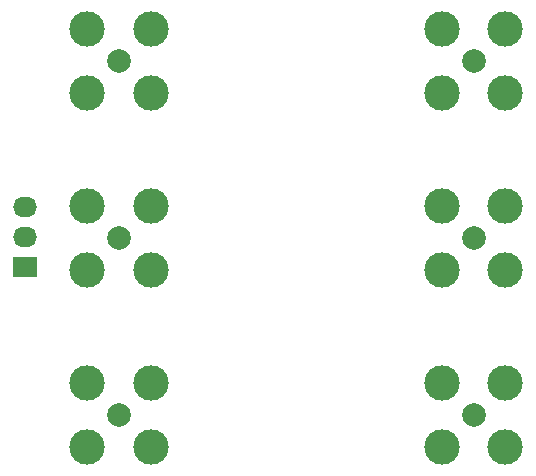
<source format=gbs>
G04 #@! TF.FileFunction,Soldermask,Bot*
%FSLAX46Y46*%
G04 Gerber Fmt 4.6, Leading zero omitted, Abs format (unit mm)*
G04 Created by KiCad (PCBNEW (2014-11-17 BZR 5289)-product) date Sat 29 Aug 2015 09:05:05 PM EDT*
%MOMM*%
G01*
G04 APERTURE LIST*
%ADD10C,0.100000*%
%ADD11C,1.998980*%
%ADD12C,3.000000*%
%ADD13R,2.032000X1.727200*%
%ADD14O,2.032000X1.727200*%
G04 APERTURE END LIST*
D10*
D11*
X153000000Y-119000000D03*
D12*
X150299980Y-116299980D03*
X150299980Y-121700020D03*
X155700020Y-121700020D03*
X155700020Y-116299980D03*
D11*
X153000000Y-89000000D03*
D12*
X150299980Y-86299980D03*
X150299980Y-91700020D03*
X155700020Y-91700020D03*
X155700020Y-86299980D03*
D11*
X153000000Y-104000000D03*
D12*
X150299980Y-101299980D03*
X150299980Y-106700020D03*
X155700020Y-106700020D03*
X155700020Y-101299980D03*
D11*
X183000000Y-89000000D03*
D12*
X185700020Y-91700020D03*
X185700020Y-86299980D03*
X180299980Y-86299980D03*
X180299980Y-91700020D03*
D11*
X183000000Y-119000000D03*
D12*
X185700020Y-121700020D03*
X185700020Y-116299980D03*
X180299980Y-116299980D03*
X180299980Y-121700020D03*
D11*
X183000000Y-104000000D03*
D12*
X185700020Y-106700020D03*
X185700020Y-101299980D03*
X180299980Y-101299980D03*
X180299980Y-106700020D03*
D13*
X145000000Y-106500000D03*
D14*
X145000000Y-103960000D03*
X145000000Y-101420000D03*
M02*

</source>
